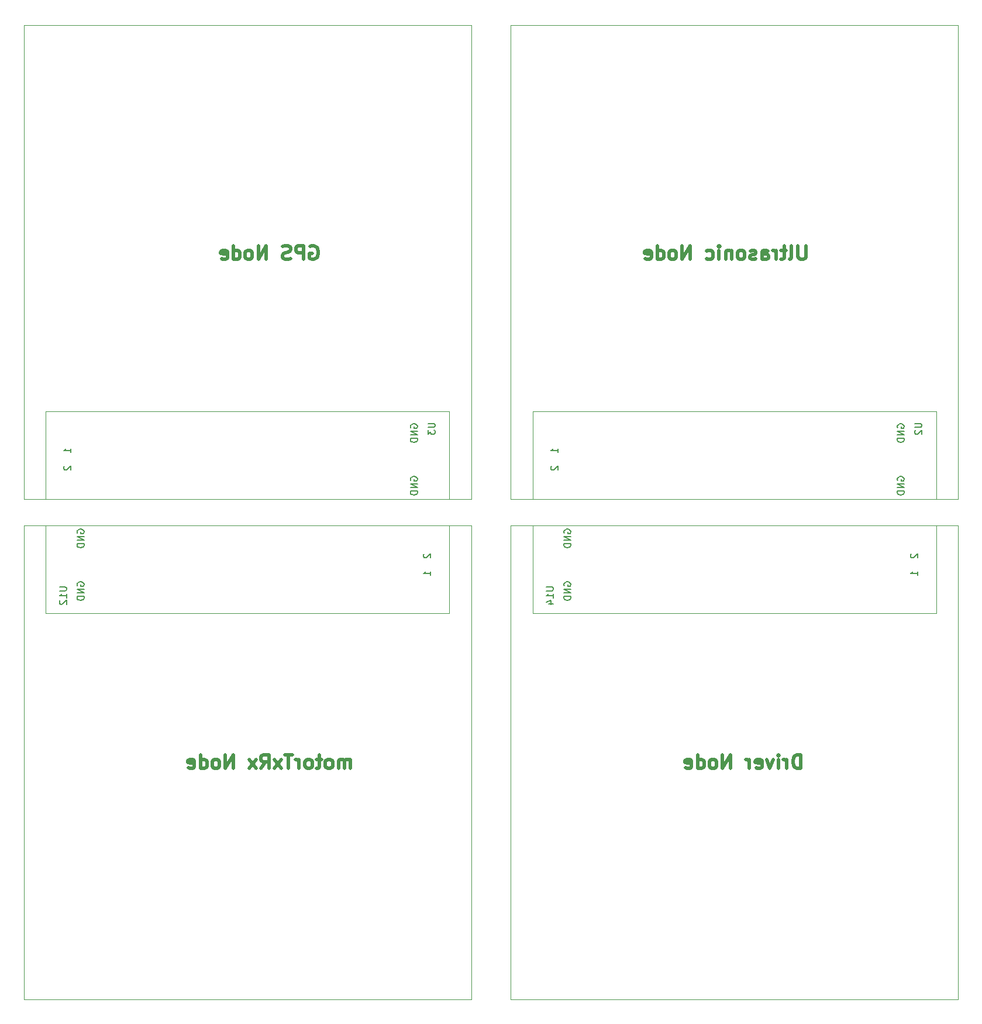
<source format=gbr>
%TF.GenerationSoftware,KiCad,Pcbnew,(5.1.9)-1*%
%TF.CreationDate,2021-04-29T12:00:25-07:00*%
%TF.ProjectId,pcbDesignForAutonomousDrivingProject,70636244-6573-4696-976e-466f72417574,rev?*%
%TF.SameCoordinates,Original*%
%TF.FileFunction,Legend,Bot*%
%TF.FilePolarity,Positive*%
%FSLAX46Y46*%
G04 Gerber Fmt 4.6, Leading zero omitted, Abs format (unit mm)*
G04 Created by KiCad (PCBNEW (5.1.9)-1) date 2021-04-29 12:00:25*
%MOMM*%
%LPD*%
G01*
G04 APERTURE LIST*
%ADD10C,0.500000*%
%ADD11C,0.120000*%
%ADD12C,0.150000*%
G04 APERTURE END LIST*
D10*
X166321333Y75295238D02*
X166321333Y77295238D01*
X165845142Y77295238D01*
X165559428Y77200000D01*
X165368952Y77009523D01*
X165273714Y76819047D01*
X165178476Y76438095D01*
X165178476Y76152380D01*
X165273714Y75771428D01*
X165368952Y75580952D01*
X165559428Y75390476D01*
X165845142Y75295238D01*
X166321333Y75295238D01*
X164321333Y75295238D02*
X164321333Y76628571D01*
X164321333Y76247619D02*
X164226095Y76438095D01*
X164130857Y76533333D01*
X163940380Y76628571D01*
X163749904Y76628571D01*
X163083238Y75295238D02*
X163083238Y76628571D01*
X163083238Y77295238D02*
X163178476Y77200000D01*
X163083238Y77104761D01*
X162988000Y77200000D01*
X163083238Y77295238D01*
X163083238Y77104761D01*
X162321333Y76628571D02*
X161845142Y75295238D01*
X161368952Y76628571D01*
X159845142Y75390476D02*
X160035619Y75295238D01*
X160416571Y75295238D01*
X160607047Y75390476D01*
X160702285Y75580952D01*
X160702285Y76342857D01*
X160607047Y76533333D01*
X160416571Y76628571D01*
X160035619Y76628571D01*
X159845142Y76533333D01*
X159749904Y76342857D01*
X159749904Y76152380D01*
X160702285Y75961904D01*
X158892761Y75295238D02*
X158892761Y76628571D01*
X158892761Y76247619D02*
X158797523Y76438095D01*
X158702285Y76533333D01*
X158511809Y76628571D01*
X158321333Y76628571D01*
X156130857Y75295238D02*
X156130857Y77295238D01*
X154988000Y75295238D01*
X154988000Y77295238D01*
X153749904Y75295238D02*
X153940380Y75390476D01*
X154035619Y75485714D01*
X154130857Y75676190D01*
X154130857Y76247619D01*
X154035619Y76438095D01*
X153940380Y76533333D01*
X153749904Y76628571D01*
X153464190Y76628571D01*
X153273714Y76533333D01*
X153178476Y76438095D01*
X153083238Y76247619D01*
X153083238Y75676190D01*
X153178476Y75485714D01*
X153273714Y75390476D01*
X153464190Y75295238D01*
X153749904Y75295238D01*
X151368952Y75295238D02*
X151368952Y77295238D01*
X151368952Y75390476D02*
X151559428Y75295238D01*
X151940380Y75295238D01*
X152130857Y75390476D01*
X152226095Y75485714D01*
X152321333Y75676190D01*
X152321333Y76247619D01*
X152226095Y76438095D01*
X152130857Y76533333D01*
X151940380Y76628571D01*
X151559428Y76628571D01*
X151368952Y76533333D01*
X149654666Y75390476D02*
X149845142Y75295238D01*
X150226095Y75295238D01*
X150416571Y75390476D01*
X150511809Y75580952D01*
X150511809Y76342857D01*
X150416571Y76533333D01*
X150226095Y76628571D01*
X149845142Y76628571D01*
X149654666Y76533333D01*
X149559428Y76342857D01*
X149559428Y76152380D01*
X150511809Y75961904D01*
X95312761Y150860000D02*
X95503238Y150955238D01*
X95788952Y150955238D01*
X96074666Y150860000D01*
X96265142Y150669523D01*
X96360380Y150479047D01*
X96455619Y150098095D01*
X96455619Y149812380D01*
X96360380Y149431428D01*
X96265142Y149240952D01*
X96074666Y149050476D01*
X95788952Y148955238D01*
X95598476Y148955238D01*
X95312761Y149050476D01*
X95217523Y149145714D01*
X95217523Y149812380D01*
X95598476Y149812380D01*
X94360380Y148955238D02*
X94360380Y150955238D01*
X93598476Y150955238D01*
X93408000Y150860000D01*
X93312761Y150764761D01*
X93217523Y150574285D01*
X93217523Y150288571D01*
X93312761Y150098095D01*
X93408000Y150002857D01*
X93598476Y149907619D01*
X94360380Y149907619D01*
X92455619Y149050476D02*
X92169904Y148955238D01*
X91693714Y148955238D01*
X91503238Y149050476D01*
X91408000Y149145714D01*
X91312761Y149336190D01*
X91312761Y149526666D01*
X91408000Y149717142D01*
X91503238Y149812380D01*
X91693714Y149907619D01*
X92074666Y150002857D01*
X92265142Y150098095D01*
X92360380Y150193333D01*
X92455619Y150383809D01*
X92455619Y150574285D01*
X92360380Y150764761D01*
X92265142Y150860000D01*
X92074666Y150955238D01*
X91598476Y150955238D01*
X91312761Y150860000D01*
X88931809Y148955238D02*
X88931809Y150955238D01*
X87788952Y148955238D01*
X87788952Y150955238D01*
X86550857Y148955238D02*
X86741333Y149050476D01*
X86836571Y149145714D01*
X86931809Y149336190D01*
X86931809Y149907619D01*
X86836571Y150098095D01*
X86741333Y150193333D01*
X86550857Y150288571D01*
X86265142Y150288571D01*
X86074666Y150193333D01*
X85979428Y150098095D01*
X85884190Y149907619D01*
X85884190Y149336190D01*
X85979428Y149145714D01*
X86074666Y149050476D01*
X86265142Y148955238D01*
X86550857Y148955238D01*
X84169904Y148955238D02*
X84169904Y150955238D01*
X84169904Y149050476D02*
X84360380Y148955238D01*
X84741333Y148955238D01*
X84931809Y149050476D01*
X85027047Y149145714D01*
X85122285Y149336190D01*
X85122285Y149907619D01*
X85027047Y150098095D01*
X84931809Y150193333D01*
X84741333Y150288571D01*
X84360380Y150288571D01*
X84169904Y150193333D01*
X82455619Y149050476D02*
X82646095Y148955238D01*
X83027047Y148955238D01*
X83217523Y149050476D01*
X83312761Y149240952D01*
X83312761Y150002857D01*
X83217523Y150193333D01*
X83027047Y150288571D01*
X82646095Y150288571D01*
X82455619Y150193333D01*
X82360380Y150002857D01*
X82360380Y149812380D01*
X83312761Y149621904D01*
X167067047Y150955238D02*
X167067047Y149336190D01*
X166971809Y149145714D01*
X166876571Y149050476D01*
X166686095Y148955238D01*
X166305142Y148955238D01*
X166114666Y149050476D01*
X166019428Y149145714D01*
X165924190Y149336190D01*
X165924190Y150955238D01*
X164686095Y148955238D02*
X164876571Y149050476D01*
X164971809Y149240952D01*
X164971809Y150955238D01*
X164209904Y150288571D02*
X163448000Y150288571D01*
X163924190Y150955238D02*
X163924190Y149240952D01*
X163828952Y149050476D01*
X163638476Y148955238D01*
X163448000Y148955238D01*
X162781333Y148955238D02*
X162781333Y150288571D01*
X162781333Y149907619D02*
X162686095Y150098095D01*
X162590857Y150193333D01*
X162400380Y150288571D01*
X162209904Y150288571D01*
X160686095Y148955238D02*
X160686095Y150002857D01*
X160781333Y150193333D01*
X160971809Y150288571D01*
X161352761Y150288571D01*
X161543238Y150193333D01*
X160686095Y149050476D02*
X160876571Y148955238D01*
X161352761Y148955238D01*
X161543238Y149050476D01*
X161638476Y149240952D01*
X161638476Y149431428D01*
X161543238Y149621904D01*
X161352761Y149717142D01*
X160876571Y149717142D01*
X160686095Y149812380D01*
X159828952Y149050476D02*
X159638476Y148955238D01*
X159257523Y148955238D01*
X159067047Y149050476D01*
X158971809Y149240952D01*
X158971809Y149336190D01*
X159067047Y149526666D01*
X159257523Y149621904D01*
X159543238Y149621904D01*
X159733714Y149717142D01*
X159828952Y149907619D01*
X159828952Y150002857D01*
X159733714Y150193333D01*
X159543238Y150288571D01*
X159257523Y150288571D01*
X159067047Y150193333D01*
X157828952Y148955238D02*
X158019428Y149050476D01*
X158114666Y149145714D01*
X158209904Y149336190D01*
X158209904Y149907619D01*
X158114666Y150098095D01*
X158019428Y150193333D01*
X157828952Y150288571D01*
X157543238Y150288571D01*
X157352761Y150193333D01*
X157257523Y150098095D01*
X157162285Y149907619D01*
X157162285Y149336190D01*
X157257523Y149145714D01*
X157352761Y149050476D01*
X157543238Y148955238D01*
X157828952Y148955238D01*
X156305142Y150288571D02*
X156305142Y148955238D01*
X156305142Y150098095D02*
X156209904Y150193333D01*
X156019428Y150288571D01*
X155733714Y150288571D01*
X155543238Y150193333D01*
X155448000Y150002857D01*
X155448000Y148955238D01*
X154495619Y148955238D02*
X154495619Y150288571D01*
X154495619Y150955238D02*
X154590857Y150860000D01*
X154495619Y150764761D01*
X154400380Y150860000D01*
X154495619Y150955238D01*
X154495619Y150764761D01*
X152686095Y149050476D02*
X152876571Y148955238D01*
X153257523Y148955238D01*
X153448000Y149050476D01*
X153543238Y149145714D01*
X153638476Y149336190D01*
X153638476Y149907619D01*
X153543238Y150098095D01*
X153448000Y150193333D01*
X153257523Y150288571D01*
X152876571Y150288571D01*
X152686095Y150193333D01*
X150305142Y148955238D02*
X150305142Y150955238D01*
X149162285Y148955238D01*
X149162285Y150955238D01*
X147924190Y148955238D02*
X148114666Y149050476D01*
X148209904Y149145714D01*
X148305142Y149336190D01*
X148305142Y149907619D01*
X148209904Y150098095D01*
X148114666Y150193333D01*
X147924190Y150288571D01*
X147638476Y150288571D01*
X147448000Y150193333D01*
X147352761Y150098095D01*
X147257523Y149907619D01*
X147257523Y149336190D01*
X147352761Y149145714D01*
X147448000Y149050476D01*
X147638476Y148955238D01*
X147924190Y148955238D01*
X145543238Y148955238D02*
X145543238Y150955238D01*
X145543238Y149050476D02*
X145733714Y148955238D01*
X146114666Y148955238D01*
X146305142Y149050476D01*
X146400380Y149145714D01*
X146495619Y149336190D01*
X146495619Y149907619D01*
X146400380Y150098095D01*
X146305142Y150193333D01*
X146114666Y150288571D01*
X145733714Y150288571D01*
X145543238Y150193333D01*
X143828952Y149050476D02*
X144019428Y148955238D01*
X144400380Y148955238D01*
X144590857Y149050476D01*
X144686095Y149240952D01*
X144686095Y150002857D01*
X144590857Y150193333D01*
X144400380Y150288571D01*
X144019428Y150288571D01*
X143828952Y150193333D01*
X143733714Y150002857D01*
X143733714Y149812380D01*
X144686095Y149621904D01*
X101122285Y75295238D02*
X101122285Y76628571D01*
X101122285Y76438095D02*
X101027047Y76533333D01*
X100836571Y76628571D01*
X100550857Y76628571D01*
X100360380Y76533333D01*
X100265142Y76342857D01*
X100265142Y75295238D01*
X100265142Y76342857D02*
X100169904Y76533333D01*
X99979428Y76628571D01*
X99693714Y76628571D01*
X99503238Y76533333D01*
X99408000Y76342857D01*
X99408000Y75295238D01*
X98169904Y75295238D02*
X98360380Y75390476D01*
X98455619Y75485714D01*
X98550857Y75676190D01*
X98550857Y76247619D01*
X98455619Y76438095D01*
X98360380Y76533333D01*
X98169904Y76628571D01*
X97884190Y76628571D01*
X97693714Y76533333D01*
X97598476Y76438095D01*
X97503238Y76247619D01*
X97503238Y75676190D01*
X97598476Y75485714D01*
X97693714Y75390476D01*
X97884190Y75295238D01*
X98169904Y75295238D01*
X96931809Y76628571D02*
X96169904Y76628571D01*
X96646095Y77295238D02*
X96646095Y75580952D01*
X96550857Y75390476D01*
X96360380Y75295238D01*
X96169904Y75295238D01*
X95217523Y75295238D02*
X95408000Y75390476D01*
X95503238Y75485714D01*
X95598476Y75676190D01*
X95598476Y76247619D01*
X95503238Y76438095D01*
X95408000Y76533333D01*
X95217523Y76628571D01*
X94931809Y76628571D01*
X94741333Y76533333D01*
X94646095Y76438095D01*
X94550857Y76247619D01*
X94550857Y75676190D01*
X94646095Y75485714D01*
X94741333Y75390476D01*
X94931809Y75295238D01*
X95217523Y75295238D01*
X93693714Y75295238D02*
X93693714Y76628571D01*
X93693714Y76247619D02*
X93598476Y76438095D01*
X93503238Y76533333D01*
X93312761Y76628571D01*
X93122285Y76628571D01*
X92741333Y77295238D02*
X91598476Y77295238D01*
X92169904Y75295238D02*
X92169904Y77295238D01*
X91122285Y75295238D02*
X90074666Y76628571D01*
X91122285Y76628571D02*
X90074666Y75295238D01*
X88169904Y75295238D02*
X88836571Y76247619D01*
X89312761Y75295238D02*
X89312761Y77295238D01*
X88550857Y77295238D01*
X88360380Y77200000D01*
X88265142Y77104761D01*
X88169904Y76914285D01*
X88169904Y76628571D01*
X88265142Y76438095D01*
X88360380Y76342857D01*
X88550857Y76247619D01*
X89312761Y76247619D01*
X87503238Y75295238D02*
X86455619Y76628571D01*
X87503238Y76628571D02*
X86455619Y75295238D01*
X84169904Y75295238D02*
X84169904Y77295238D01*
X83027047Y75295238D01*
X83027047Y77295238D01*
X81788952Y75295238D02*
X81979428Y75390476D01*
X82074666Y75485714D01*
X82169904Y75676190D01*
X82169904Y76247619D01*
X82074666Y76438095D01*
X81979428Y76533333D01*
X81788952Y76628571D01*
X81503238Y76628571D01*
X81312761Y76533333D01*
X81217523Y76438095D01*
X81122285Y76247619D01*
X81122285Y75676190D01*
X81217523Y75485714D01*
X81312761Y75390476D01*
X81503238Y75295238D01*
X81788952Y75295238D01*
X79408000Y75295238D02*
X79408000Y77295238D01*
X79408000Y75390476D02*
X79598476Y75295238D01*
X79979428Y75295238D01*
X80169904Y75390476D01*
X80265142Y75485714D01*
X80360380Y75676190D01*
X80360380Y76247619D01*
X80265142Y76438095D01*
X80169904Y76533333D01*
X79979428Y76628571D01*
X79598476Y76628571D01*
X79408000Y76533333D01*
X77693714Y75390476D02*
X77884190Y75295238D01*
X78265142Y75295238D01*
X78455619Y75390476D01*
X78550857Y75580952D01*
X78550857Y76342857D01*
X78455619Y76533333D01*
X78265142Y76628571D01*
X77884190Y76628571D01*
X77693714Y76533333D01*
X77598476Y76342857D01*
X77598476Y76152380D01*
X78550857Y75961904D01*
D11*
%TO.C,U3*%
X57023000Y114300000D02*
X57023000Y127000000D01*
X57023000Y127000000D02*
X115443000Y127000000D01*
X115443000Y127000000D02*
X115443000Y114300000D01*
X115443000Y114300000D02*
X57023000Y114300000D01*
X117983000Y114300000D02*
X118618000Y114300000D01*
X118618000Y114300000D02*
X118618000Y182880000D01*
X118618000Y182880000D02*
X53848000Y182880000D01*
X53848000Y182880000D02*
X53848000Y114300000D01*
X57023000Y114300000D02*
X53848000Y114300000D01*
X117983000Y114300000D02*
X115443000Y114300000D01*
%TO.C,U14*%
X185928000Y110490000D02*
X185928000Y97790000D01*
X185928000Y97790000D02*
X127508000Y97790000D01*
X127508000Y97790000D02*
X127508000Y110490000D01*
X127508000Y110490000D02*
X185928000Y110490000D01*
X124968000Y110490000D02*
X124333000Y110490000D01*
X124333000Y110490000D02*
X124333000Y41910000D01*
X124333000Y41910000D02*
X189103000Y41910000D01*
X189103000Y41910000D02*
X189103000Y110490000D01*
X185928000Y110490000D02*
X189103000Y110490000D01*
X124968000Y110490000D02*
X127508000Y110490000D01*
%TO.C,U12*%
X54483000Y110490000D02*
X57023000Y110490000D01*
X115443000Y110490000D02*
X118618000Y110490000D01*
X118618000Y41910000D02*
X118618000Y110490000D01*
X53848000Y41910000D02*
X118618000Y41910000D01*
X53848000Y110490000D02*
X53848000Y41910000D01*
X54483000Y110490000D02*
X53848000Y110490000D01*
X57023000Y110490000D02*
X115443000Y110490000D01*
X57023000Y97790000D02*
X57023000Y110490000D01*
X115443000Y97790000D02*
X57023000Y97790000D01*
X115443000Y110490000D02*
X115443000Y97790000D01*
%TO.C,U2*%
X188468000Y114300000D02*
X185928000Y114300000D01*
X127508000Y114300000D02*
X124333000Y114300000D01*
X124333000Y182880000D02*
X124333000Y114300000D01*
X189103000Y182880000D02*
X124333000Y182880000D01*
X189103000Y114300000D02*
X189103000Y182880000D01*
X188468000Y114300000D02*
X189103000Y114300000D01*
X185928000Y114300000D02*
X127508000Y114300000D01*
X185928000Y127000000D02*
X185928000Y114300000D01*
X127508000Y127000000D02*
X185928000Y127000000D01*
X127508000Y114300000D02*
X127508000Y127000000D01*
%TO.C,U3*%
D12*
X112355380Y125221904D02*
X113164904Y125221904D01*
X113260142Y125174285D01*
X113307761Y125126666D01*
X113355380Y125031428D01*
X113355380Y124840952D01*
X113307761Y124745714D01*
X113260142Y124698095D01*
X113164904Y124650476D01*
X112355380Y124650476D01*
X112355380Y124269523D02*
X112355380Y123650476D01*
X112736333Y123983809D01*
X112736333Y123840952D01*
X112783952Y123745714D01*
X112831571Y123698095D01*
X112926809Y123650476D01*
X113164904Y123650476D01*
X113260142Y123698095D01*
X113307761Y123745714D01*
X113355380Y123840952D01*
X113355380Y124126666D01*
X113307761Y124221904D01*
X113260142Y124269523D01*
X109863000Y116966904D02*
X109815380Y117062142D01*
X109815380Y117205000D01*
X109863000Y117347857D01*
X109958238Y117443095D01*
X110053476Y117490714D01*
X110243952Y117538333D01*
X110386809Y117538333D01*
X110577285Y117490714D01*
X110672523Y117443095D01*
X110767761Y117347857D01*
X110815380Y117205000D01*
X110815380Y117109761D01*
X110767761Y116966904D01*
X110720142Y116919285D01*
X110386809Y116919285D01*
X110386809Y117109761D01*
X110815380Y116490714D02*
X109815380Y116490714D01*
X110815380Y115919285D01*
X109815380Y115919285D01*
X110815380Y115443095D02*
X109815380Y115443095D01*
X109815380Y115205000D01*
X109863000Y115062142D01*
X109958238Y114966904D01*
X110053476Y114919285D01*
X110243952Y114871666D01*
X110386809Y114871666D01*
X110577285Y114919285D01*
X110672523Y114966904D01*
X110767761Y115062142D01*
X110815380Y115205000D01*
X110815380Y115443095D01*
X109863000Y124586904D02*
X109815380Y124682142D01*
X109815380Y124825000D01*
X109863000Y124967857D01*
X109958238Y125063095D01*
X110053476Y125110714D01*
X110243952Y125158333D01*
X110386809Y125158333D01*
X110577285Y125110714D01*
X110672523Y125063095D01*
X110767761Y124967857D01*
X110815380Y124825000D01*
X110815380Y124729761D01*
X110767761Y124586904D01*
X110720142Y124539285D01*
X110386809Y124539285D01*
X110386809Y124729761D01*
X110815380Y124110714D02*
X109815380Y124110714D01*
X110815380Y123539285D01*
X109815380Y123539285D01*
X110815380Y123063095D02*
X109815380Y123063095D01*
X109815380Y122825000D01*
X109863000Y122682142D01*
X109958238Y122586904D01*
X110053476Y122539285D01*
X110243952Y122491666D01*
X110386809Y122491666D01*
X110577285Y122539285D01*
X110672523Y122586904D01*
X110767761Y122682142D01*
X110815380Y122825000D01*
X110815380Y123063095D01*
X59745619Y119030714D02*
X59698000Y118983095D01*
X59650380Y118887857D01*
X59650380Y118649761D01*
X59698000Y118554523D01*
X59745619Y118506904D01*
X59840857Y118459285D01*
X59936095Y118459285D01*
X60078952Y118506904D01*
X60650380Y119078333D01*
X60650380Y118459285D01*
X60650380Y120999285D02*
X60650380Y121570714D01*
X60650380Y121285000D02*
X59650380Y121285000D01*
X59793238Y121380238D01*
X59888476Y121475476D01*
X59936095Y121570714D01*
%TO.C,U14*%
X129500380Y101568095D02*
X130309904Y101568095D01*
X130405142Y101520476D01*
X130452761Y101472857D01*
X130500380Y101377619D01*
X130500380Y101187142D01*
X130452761Y101091904D01*
X130405142Y101044285D01*
X130309904Y100996666D01*
X129500380Y100996666D01*
X130500380Y99996666D02*
X130500380Y100568095D01*
X130500380Y100282380D02*
X129500380Y100282380D01*
X129643238Y100377619D01*
X129738476Y100472857D01*
X129786095Y100568095D01*
X129833714Y99139523D02*
X130500380Y99139523D01*
X129452761Y99377619D02*
X130167047Y99615714D01*
X130167047Y98996666D01*
X132088000Y109346904D02*
X132040380Y109442142D01*
X132040380Y109585000D01*
X132088000Y109727857D01*
X132183238Y109823095D01*
X132278476Y109870714D01*
X132468952Y109918333D01*
X132611809Y109918333D01*
X132802285Y109870714D01*
X132897523Y109823095D01*
X132992761Y109727857D01*
X133040380Y109585000D01*
X133040380Y109489761D01*
X132992761Y109346904D01*
X132945142Y109299285D01*
X132611809Y109299285D01*
X132611809Y109489761D01*
X133040380Y108870714D02*
X132040380Y108870714D01*
X133040380Y108299285D01*
X132040380Y108299285D01*
X133040380Y107823095D02*
X132040380Y107823095D01*
X132040380Y107585000D01*
X132088000Y107442142D01*
X132183238Y107346904D01*
X132278476Y107299285D01*
X132468952Y107251666D01*
X132611809Y107251666D01*
X132802285Y107299285D01*
X132897523Y107346904D01*
X132992761Y107442142D01*
X133040380Y107585000D01*
X133040380Y107823095D01*
X132088000Y101726904D02*
X132040380Y101822142D01*
X132040380Y101965000D01*
X132088000Y102107857D01*
X132183238Y102203095D01*
X132278476Y102250714D01*
X132468952Y102298333D01*
X132611809Y102298333D01*
X132802285Y102250714D01*
X132897523Y102203095D01*
X132992761Y102107857D01*
X133040380Y101965000D01*
X133040380Y101869761D01*
X132992761Y101726904D01*
X132945142Y101679285D01*
X132611809Y101679285D01*
X132611809Y101869761D01*
X133040380Y101250714D02*
X132040380Y101250714D01*
X133040380Y100679285D01*
X132040380Y100679285D01*
X133040380Y100203095D02*
X132040380Y100203095D01*
X132040380Y99965000D01*
X132088000Y99822142D01*
X132183238Y99726904D01*
X132278476Y99679285D01*
X132468952Y99631666D01*
X132611809Y99631666D01*
X132802285Y99679285D01*
X132897523Y99726904D01*
X132992761Y99822142D01*
X133040380Y99965000D01*
X133040380Y100203095D01*
X182300619Y106330714D02*
X182253000Y106283095D01*
X182205380Y106187857D01*
X182205380Y105949761D01*
X182253000Y105854523D01*
X182300619Y105806904D01*
X182395857Y105759285D01*
X182491095Y105759285D01*
X182633952Y105806904D01*
X183205380Y106378333D01*
X183205380Y105759285D01*
X183205380Y103219285D02*
X183205380Y103790714D01*
X183205380Y103505000D02*
X182205380Y103505000D01*
X182348238Y103600238D01*
X182443476Y103695476D01*
X182491095Y103790714D01*
%TO.C,U12*%
X59015380Y101568095D02*
X59824904Y101568095D01*
X59920142Y101520476D01*
X59967761Y101472857D01*
X60015380Y101377619D01*
X60015380Y101187142D01*
X59967761Y101091904D01*
X59920142Y101044285D01*
X59824904Y100996666D01*
X59015380Y100996666D01*
X60015380Y99996666D02*
X60015380Y100568095D01*
X60015380Y100282380D02*
X59015380Y100282380D01*
X59158238Y100377619D01*
X59253476Y100472857D01*
X59301095Y100568095D01*
X59110619Y99615714D02*
X59063000Y99568095D01*
X59015380Y99472857D01*
X59015380Y99234761D01*
X59063000Y99139523D01*
X59110619Y99091904D01*
X59205857Y99044285D01*
X59301095Y99044285D01*
X59443952Y99091904D01*
X60015380Y99663333D01*
X60015380Y99044285D01*
X112720380Y103219285D02*
X112720380Y103790714D01*
X112720380Y103505000D02*
X111720380Y103505000D01*
X111863238Y103600238D01*
X111958476Y103695476D01*
X112006095Y103790714D01*
X111815619Y106330714D02*
X111768000Y106283095D01*
X111720380Y106187857D01*
X111720380Y105949761D01*
X111768000Y105854523D01*
X111815619Y105806904D01*
X111910857Y105759285D01*
X112006095Y105759285D01*
X112148952Y105806904D01*
X112720380Y106378333D01*
X112720380Y105759285D01*
X61603000Y101726904D02*
X61555380Y101822142D01*
X61555380Y101965000D01*
X61603000Y102107857D01*
X61698238Y102203095D01*
X61793476Y102250714D01*
X61983952Y102298333D01*
X62126809Y102298333D01*
X62317285Y102250714D01*
X62412523Y102203095D01*
X62507761Y102107857D01*
X62555380Y101965000D01*
X62555380Y101869761D01*
X62507761Y101726904D01*
X62460142Y101679285D01*
X62126809Y101679285D01*
X62126809Y101869761D01*
X62555380Y101250714D02*
X61555380Y101250714D01*
X62555380Y100679285D01*
X61555380Y100679285D01*
X62555380Y100203095D02*
X61555380Y100203095D01*
X61555380Y99965000D01*
X61603000Y99822142D01*
X61698238Y99726904D01*
X61793476Y99679285D01*
X61983952Y99631666D01*
X62126809Y99631666D01*
X62317285Y99679285D01*
X62412523Y99726904D01*
X62507761Y99822142D01*
X62555380Y99965000D01*
X62555380Y100203095D01*
X61603000Y109346904D02*
X61555380Y109442142D01*
X61555380Y109585000D01*
X61603000Y109727857D01*
X61698238Y109823095D01*
X61793476Y109870714D01*
X61983952Y109918333D01*
X62126809Y109918333D01*
X62317285Y109870714D01*
X62412523Y109823095D01*
X62507761Y109727857D01*
X62555380Y109585000D01*
X62555380Y109489761D01*
X62507761Y109346904D01*
X62460142Y109299285D01*
X62126809Y109299285D01*
X62126809Y109489761D01*
X62555380Y108870714D02*
X61555380Y108870714D01*
X62555380Y108299285D01*
X61555380Y108299285D01*
X62555380Y107823095D02*
X61555380Y107823095D01*
X61555380Y107585000D01*
X61603000Y107442142D01*
X61698238Y107346904D01*
X61793476Y107299285D01*
X61983952Y107251666D01*
X62126809Y107251666D01*
X62317285Y107299285D01*
X62412523Y107346904D01*
X62507761Y107442142D01*
X62555380Y107585000D01*
X62555380Y107823095D01*
%TO.C,U2*%
X182840380Y125221904D02*
X183649904Y125221904D01*
X183745142Y125174285D01*
X183792761Y125126666D01*
X183840380Y125031428D01*
X183840380Y124840952D01*
X183792761Y124745714D01*
X183745142Y124698095D01*
X183649904Y124650476D01*
X182840380Y124650476D01*
X182935619Y124221904D02*
X182888000Y124174285D01*
X182840380Y124079047D01*
X182840380Y123840952D01*
X182888000Y123745714D01*
X182935619Y123698095D01*
X183030857Y123650476D01*
X183126095Y123650476D01*
X183268952Y123698095D01*
X183840380Y124269523D01*
X183840380Y123650476D01*
X131135380Y120999285D02*
X131135380Y121570714D01*
X131135380Y121285000D02*
X130135380Y121285000D01*
X130278238Y121380238D01*
X130373476Y121475476D01*
X130421095Y121570714D01*
X130230619Y119030714D02*
X130183000Y118983095D01*
X130135380Y118887857D01*
X130135380Y118649761D01*
X130183000Y118554523D01*
X130230619Y118506904D01*
X130325857Y118459285D01*
X130421095Y118459285D01*
X130563952Y118506904D01*
X131135380Y119078333D01*
X131135380Y118459285D01*
X180348000Y124586904D02*
X180300380Y124682142D01*
X180300380Y124825000D01*
X180348000Y124967857D01*
X180443238Y125063095D01*
X180538476Y125110714D01*
X180728952Y125158333D01*
X180871809Y125158333D01*
X181062285Y125110714D01*
X181157523Y125063095D01*
X181252761Y124967857D01*
X181300380Y124825000D01*
X181300380Y124729761D01*
X181252761Y124586904D01*
X181205142Y124539285D01*
X180871809Y124539285D01*
X180871809Y124729761D01*
X181300380Y124110714D02*
X180300380Y124110714D01*
X181300380Y123539285D01*
X180300380Y123539285D01*
X181300380Y123063095D02*
X180300380Y123063095D01*
X180300380Y122825000D01*
X180348000Y122682142D01*
X180443238Y122586904D01*
X180538476Y122539285D01*
X180728952Y122491666D01*
X180871809Y122491666D01*
X181062285Y122539285D01*
X181157523Y122586904D01*
X181252761Y122682142D01*
X181300380Y122825000D01*
X181300380Y123063095D01*
X180348000Y116966904D02*
X180300380Y117062142D01*
X180300380Y117205000D01*
X180348000Y117347857D01*
X180443238Y117443095D01*
X180538476Y117490714D01*
X180728952Y117538333D01*
X180871809Y117538333D01*
X181062285Y117490714D01*
X181157523Y117443095D01*
X181252761Y117347857D01*
X181300380Y117205000D01*
X181300380Y117109761D01*
X181252761Y116966904D01*
X181205142Y116919285D01*
X180871809Y116919285D01*
X180871809Y117109761D01*
X181300380Y116490714D02*
X180300380Y116490714D01*
X181300380Y115919285D01*
X180300380Y115919285D01*
X181300380Y115443095D02*
X180300380Y115443095D01*
X180300380Y115205000D01*
X180348000Y115062142D01*
X180443238Y114966904D01*
X180538476Y114919285D01*
X180728952Y114871666D01*
X180871809Y114871666D01*
X181062285Y114919285D01*
X181157523Y114966904D01*
X181252761Y115062142D01*
X181300380Y115205000D01*
X181300380Y115443095D01*
%TD*%
M02*

</source>
